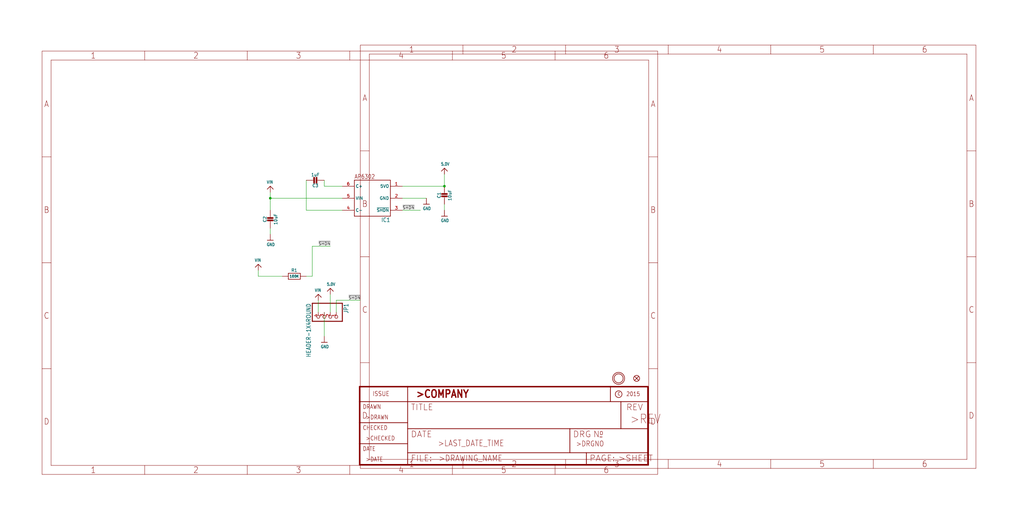
<source format=kicad_sch>
(kicad_sch (version 20211123) (generator eeschema)
  (paper "User" 433.07 220.421)
  (lib_symbols
    (symbol "eagleSchem-eagle-import:5.0V" (power)
      (property "Value" "5.0V" (at -1.524 1.016 0))
      (symbol "5.0V_1_0"
        (polyline (pts (xy -1.27 -1.27) (xy 0 0)) (stroke (width 0.254)))
        (polyline (pts (xy 0 0) (xy 1.27 -1.27)) (stroke (width 0.254)))
        (pin power_in line (at 0 -2.54 90) (length 2.54) (name "5.0V") (number "1"))
      )
    )
    (symbol "eagleSchem-eagle-import:AP3602"
      (property "Reference" "IC" (at -7.62 -10.16 0))
      (symbol "AP3602_1_0"
        (polyline (pts (xy -7.62 -7.62) (xy -7.62 7.62)) (stroke (width 0.254)))
        (polyline (pts (xy -7.62 7.62) (xy 7.62 7.62)) (stroke (width 0.254)))
        (polyline (pts (xy 7.62 -7.62) (xy -7.62 -7.62)) (stroke (width 0.254)))
        (polyline (pts (xy 7.62 7.62) (xy 7.62 -7.62)) (stroke (width 0.254)))
        (text "AP6302" (at 7.62 10.16 0) (effects (font (size 1.778 1.5113)) (justify right top)))
        (pin power_in line (at -12.7 5.08 0) (length 5.08) (name "5VO") (number "1"))
        (pin power_in line (at -12.7 0 0) (length 5.08) (name "GND") (number "2"))
        (pin input line (at -12.7 -5.08 0) (length 5.08) (name "~{SHDN}") (number "3"))
        (pin bidirectional line (at 12.7 -5.08 180) (length 5.08) (name "C-") (number "4"))
        (pin power_in line (at 12.7 0 180) (length 5.08) (name "VIN") (number "5"))
        (pin bidirectional line (at 12.7 5.08 180) (length 5.08) (name "C+") (number "6"))
      )
    )
    (symbol "eagleSchem-eagle-import:CAP_CERAMIC0805-NOOUTLINE"
      (property "Reference" "C" (at -2.29 1.25 90))
      (property "Value" "CAP_CERAMIC0805-NOOUTLINE" (at 2.3 1.25 90))
      (symbol "CAP_CERAMIC0805-NOOUTLINE_1_0"
        (rectangle (start -1.27 0.508) (end 1.27 1.016) (fill (type outline)))
        (rectangle (start -1.27 1.524) (end 1.27 2.032) (fill (type outline)))
        (polyline (pts (xy 0 0.762) (xy 0 0)) (stroke (width 0.1524)))
        (polyline (pts (xy 0 2.54) (xy 0 1.778)) (stroke (width 0.1524)))
        (pin passive line (at 0 5.08 270) (length 2.54) (name "1") (number "1"))
        (pin passive line (at 0 -2.54 90) (length 2.54) (name "2") (number "2"))
      )
    )
    (symbol "eagleSchem-eagle-import:FIDUCIAL{dblquote}{dblquote}"
      (symbol "FIDUCIAL{dblquote}{dblquote}_1_0"
        (polyline (pts (xy -0.762 0.762) (xy 0.762 -0.762)) (stroke (width 0.254)))
        (polyline (pts (xy 0.762 0.762) (xy -0.762 -0.762)) (stroke (width 0.254)))
        (circle (center 0 0) (radius 1.27) (stroke (width 0.254)))
      )
    )
    (symbol "eagleSchem-eagle-import:FRAME_A4"
      (symbol "FRAME_A4_0_0"
        (polyline (pts (xy 0 44.7675) (xy 3.81 44.7675)))
        (polyline (pts (xy 0 89.535) (xy 3.81 89.535)))
        (polyline (pts (xy 0 134.3025) (xy 3.81 134.3025)))
        (polyline (pts (xy 3.81 3.81) (xy 3.81 175.26)))
        (polyline (pts (xy 43.3917 0) (xy 43.3917 3.81)))
        (polyline (pts (xy 43.3917 175.26) (xy 43.3917 179.07)))
        (polyline (pts (xy 86.7833 0) (xy 86.7833 3.81)))
        (polyline (pts (xy 86.7833 175.26) (xy 86.7833 179.07)))
        (polyline (pts (xy 130.175 0) (xy 130.175 3.81)))
        (polyline (pts (xy 130.175 175.26) (xy 130.175 179.07)))
        (polyline (pts (xy 173.5667 0) (xy 173.5667 3.81)))
        (polyline (pts (xy 173.5667 175.26) (xy 173.5667 179.07)))
        (polyline (pts (xy 216.9583 0) (xy 216.9583 3.81)))
        (polyline (pts (xy 216.9583 175.26) (xy 216.9583 179.07)))
        (polyline (pts (xy 256.54 3.81) (xy 3.81 3.81)))
        (polyline (pts (xy 256.54 3.81) (xy 256.54 175.26)))
        (polyline (pts (xy 256.54 44.7675) (xy 260.35 44.7675)))
        (polyline (pts (xy 256.54 89.535) (xy 260.35 89.535)))
        (polyline (pts (xy 256.54 134.3025) (xy 260.35 134.3025)))
        (polyline (pts (xy 256.54 175.26) (xy 3.81 175.26)))
        (polyline (pts (xy 0 0) (xy 260.35 0) (xy 260.35 179.07) (xy 0 179.07) (xy 0 0)))
        (text "1" (at 21.6958 1.905 0) (effects (font (size 2.54 2.286))))
        (text "1" (at 21.6958 177.165 0) (effects (font (size 2.54 2.286))))
        (text "2" (at 65.0875 1.905 0) (effects (font (size 2.54 2.286))))
        (text "2" (at 65.0875 177.165 0) (effects (font (size 2.54 2.286))))
        (text "3" (at 108.4792 1.905 0) (effects (font (size 2.54 2.286))))
        (text "3" (at 108.4792 177.165 0) (effects (font (size 2.54 2.286))))
        (text "4" (at 151.8708 1.905 0) (effects (font (size 2.54 2.286))))
        (text "4" (at 151.8708 177.165 0) (effects (font (size 2.54 2.286))))
        (text "5" (at 195.2625 1.905 0) (effects (font (size 2.54 2.286))))
        (text "5" (at 195.2625 177.165 0) (effects (font (size 2.54 2.286))))
        (text "6" (at 238.6542 1.905 0) (effects (font (size 2.54 2.286))))
        (text "6" (at 238.6542 177.165 0) (effects (font (size 2.54 2.286))))
        (text "A" (at 1.905 156.6863 0) (effects (font (size 2.54 2.286))))
        (text "A" (at 258.445 156.6863 0) (effects (font (size 2.54 2.286))))
        (text "B" (at 1.905 111.9188 0) (effects (font (size 2.54 2.286))))
        (text "B" (at 258.445 111.9188 0) (effects (font (size 2.54 2.286))))
        (text "C" (at 1.905 67.1513 0) (effects (font (size 2.54 2.286))))
        (text "C" (at 258.445 67.1513 0) (effects (font (size 2.54 2.286))))
        (text "D" (at 1.905 22.3838 0) (effects (font (size 2.54 2.286))))
        (text "D" (at 258.445 22.3838 0) (effects (font (size 2.54 2.286))))
      )
      (symbol "FRAME_A4_1_0"
        (polyline (pts (xy 256.54 3.81) (xy 256.54 8.89)) (stroke (width 0.1016)))
        (polyline (pts (xy 256.54 8.89) (xy 256.54 13.97)) (stroke (width 0.1016)))
        (polyline (pts (xy 256.54 13.97) (xy 256.54 19.05)) (stroke (width 0.1016)))
        (polyline (pts (xy 256.54 19.05) (xy 256.54 36.83)) (stroke (width 0.1016)))
      )
      (symbol "FRAME_A4_2_0"
        (polyline (pts (xy -0.3048 1.5748) (xy 20.0152 1.5748)) (stroke (width 0.6096)))
        (polyline (pts (xy -0.3048 10.4648) (xy -0.3048 1.5748)) (stroke (width 0.6096)))
        (polyline (pts (xy -0.3048 10.4648) (xy 20.0152 10.4648)) (stroke (width 0.3048)))
        (polyline (pts (xy -0.3048 19.3548) (xy -0.3048 10.4648)) (stroke (width 0.6096)))
        (polyline (pts (xy -0.3048 19.3548) (xy 20.0152 19.3548)) (stroke (width 0.3048)))
        (polyline (pts (xy -0.3048 28.2448) (xy -0.3048 19.3548)) (stroke (width 0.6096)))
        (polyline (pts (xy -0.3048 28.2448) (xy 20.0152 28.2448)) (stroke (width 0.3048)))
        (polyline (pts (xy -0.3048 34.5948) (xy -0.3048 28.2448)) (stroke (width 0.6096)))
        (polyline (pts (xy 20.0152 1.5748) (xy 20.0152 6.6548)) (stroke (width 0.3048)))
        (polyline (pts (xy 20.0152 1.5748) (xy 95.5802 1.5748)) (stroke (width 0.6096)))
        (polyline (pts (xy 20.0152 6.6548) (xy 20.0152 10.4648)) (stroke (width 0.3048)))
        (polyline (pts (xy 20.0152 6.6548) (xy 88.5952 6.6548)) (stroke (width 0.3048)))
        (polyline (pts (xy 20.0152 10.4648) (xy 20.0152 16.8148)) (stroke (width 0.3048)))
        (polyline (pts (xy 20.0152 16.8148) (xy 20.0152 19.3548)) (stroke (width 0.3048)))
        (polyline (pts (xy 20.0152 19.3548) (xy 20.0152 28.2448)) (stroke (width 0.3048)))
        (polyline (pts (xy 20.0152 28.2448) (xy 20.0152 34.5948)) (stroke (width 0.3048)))
        (polyline (pts (xy 20.0152 28.2448) (xy 105.7402 28.2448)) (stroke (width 0.3048)))
        (polyline (pts (xy 20.0152 34.5948) (xy -0.3048 34.5948)) (stroke (width 0.6096)))
        (polyline (pts (xy 88.5952 6.6548) (xy 95.5802 6.6548)) (stroke (width 0.3048)))
        (polyline (pts (xy 88.5952 16.8148) (xy 20.0152 16.8148)) (stroke (width 0.3048)))
        (polyline (pts (xy 88.5952 16.8148) (xy 88.5952 6.6548)) (stroke (width 0.3048)))
        (polyline (pts (xy 95.5802 1.5748) (xy 121.6152 1.5748)) (stroke (width 0.6096)))
        (polyline (pts (xy 95.5802 6.6548) (xy 95.5802 1.5748)) (stroke (width 0.3048)))
        (polyline (pts (xy 95.5802 6.6548) (xy 121.6152 6.6548)) (stroke (width 0.3048)))
        (polyline (pts (xy 101.2952 13.3223) (xy 102.2477 13.3223)) (stroke (width 0.254)))
        (polyline (pts (xy 105.7402 28.2448) (xy 105.7402 34.5948)) (stroke (width 0.3048)))
        (polyline (pts (xy 105.7402 28.2448) (xy 110.1852 28.2448)) (stroke (width 0.3048)))
        (polyline (pts (xy 105.7402 34.5948) (xy 20.0152 34.5948)) (stroke (width 0.6096)))
        (polyline (pts (xy 110.1852 16.8148) (xy 88.5952 16.8148)) (stroke (width 0.3048)))
        (polyline (pts (xy 110.1852 28.2448) (xy 110.1852 16.8148)) (stroke (width 0.3048)))
        (polyline (pts (xy 110.1852 28.2448) (xy 121.6152 28.2448)) (stroke (width 0.3048)))
        (polyline (pts (xy 121.6152 6.6548) (xy 121.6152 1.5748)) (stroke (width 0.6096)))
        (polyline (pts (xy 121.6152 16.8148) (xy 110.1852 16.8148)) (stroke (width 0.3048)))
        (polyline (pts (xy 121.6152 16.8148) (xy 121.6152 6.6548)) (stroke (width 0.6096)))
        (polyline (pts (xy 121.6152 28.2448) (xy 121.6152 16.8148)) (stroke (width 0.6096)))
        (polyline (pts (xy 121.6152 34.5948) (xy 105.7402 34.5948)) (stroke (width 0.6096)))
        (polyline (pts (xy 121.6152 34.5948) (xy 121.6152 28.2448)) (stroke (width 0.6096)))
        (circle (center 109.2327 31.4198) (radius 1.4199) (stroke (width 0.254)))
        (text "2015" (at 112.4077 30.4673 0) (effects (font (size 1.778 1.5113)) (justify left bottom)))
        (text ">CHECKED" (at 2.2352 11.7348 0) (effects (font (size 1.778 1.5113)) (justify left bottom)))
        (text ">COMPANY" (at 23.349 29.6735 0) (effects (font (size 3.175 2.6987) (thickness 0.5397) bold) (justify left bottom)))
        (text ">DATE" (at 2.2352 2.8448 0) (effects (font (size 1.778 1.5113)) (justify left bottom)))
        (text ">DRAWING_NAME" (at 33.0327 2.8448 0) (effects (font (size 2.54 2.159)) (justify left bottom)))
        (text ">DRAWN" (at 2.2352 20.6248 0) (effects (font (size 1.778 1.5113)) (justify left bottom)))
        (text ">DRGNO" (at 91.1352 9.1948 0) (effects (font (size 2.1844 1.8567)) (justify left bottom)))
        (text ">LAST_DATE_TIME" (at 32.7152 9.1948 0) (effects (font (size 2.54 2.159)) (justify left bottom)))
        (text ">REV" (at 113.9952 18.7198 0) (effects (font (size 3.81 3.2385)) (justify left bottom)))
        (text ">SHEET" (at 108.9152 2.8448 0) (effects (font (size 2.54 2.54)) (justify left bottom)))
        (text "C" (at 108.7564 30.7848 0) (effects (font (size 1.27 1.0795)) (justify left bottom)))
        (text "CHECKED" (at 0.9652 16.1798 0) (effects (font (size 1.778 1.5113)) (justify left bottom)))
        (text "DATE" (at 0.9652 7.2898 0) (effects (font (size 1.778 1.5113)) (justify left bottom)))
        (text "DATE" (at 21.2852 13.0048 0) (effects (font (size 2.54 2.54)) (justify left bottom)))
        (text "DRAWN" (at 0.9652 25.0698 0) (effects (font (size 1.778 1.5113)) (justify left bottom)))
        (text "DRG" (at 89.8652 13.0048 0) (effects (font (size 2.54 2.54)) (justify left bottom)))
        (text "FILE:" (at 21.2852 2.8448 0) (effects (font (size 2.54 2.54)) (justify left bottom)))
        (text "ISSUE" (at 5.0927 30.4673 0) (effects (font (size 1.9304 1.6408)) (justify left bottom)))
        (text "N" (at 98.4377 13.0048 0) (effects (font (size 2.54 2.54)) (justify left bottom)))
        (text "o" (at 100.9777 13.9573 0) (effects (font (size 2.1844 1.8567)) (justify left bottom)))
        (text "PAGE:" (at 96.8502 2.8448 0) (effects (font (size 2.54 2.54)) (justify left bottom)))
        (text "REV" (at 112.4077 24.4348 0) (effects (font (size 2.54 2.54)) (justify left bottom)))
        (text "TITLE" (at 21.2852 24.4348 0) (effects (font (size 2.54 2.54)) (justify left bottom)))
      )
    )
    (symbol "eagleSchem-eagle-import:GND" (power)
      (property "Value" "GND" (at -1.524 -2.54 0))
      (symbol "GND_1_0"
        (polyline (pts (xy -1.27 0) (xy 1.27 0)) (stroke (width 0.254)))
        (pin power_in line (at 0 2.54 270) (length 2.54) (name "GND") (number "1"))
      )
    )
    (symbol "eagleSchem-eagle-import:HEADER-1X4ROUND"
      (property "Reference" "JP" (at -6.35 8.255 0))
      (property "Value" "HEADER-1X4ROUND" (at -6.35 -7.62 0))
      (symbol "HEADER-1X4ROUND_1_0"
        (polyline (pts (xy -6.35 -5.08) (xy 1.27 -5.08)) (stroke (width 0.4064)))
        (polyline (pts (xy -6.35 7.62) (xy -6.35 -5.08)) (stroke (width 0.4064)))
        (polyline (pts (xy 1.27 -5.08) (xy 1.27 7.62)) (stroke (width 0.4064)))
        (polyline (pts (xy 1.27 7.62) (xy -6.35 7.62)) (stroke (width 0.4064)))
        (pin passive inverted (at -2.54 5.08 0) (length 2.54) (name "1") (number "1"))
        (pin passive inverted (at -2.54 2.54 0) (length 2.54) (name "2") (number "2"))
        (pin passive inverted (at -2.54 0 0) (length 2.54) (name "3") (number "3"))
        (pin passive inverted (at -2.54 -2.54 0) (length 2.54) (name "4") (number "4"))
      )
    )
    (symbol "eagleSchem-eagle-import:MOUNTINGHOLE2.5"
      (symbol "MOUNTINGHOLE2.5_1_0"
        (circle (center 0 0) (radius 1.905) (stroke (width 0.254)))
        (circle (center 0 0) (radius 2.54) (stroke (width 0.254)))
      )
    )
    (symbol "eagleSchem-eagle-import:RESISTOR0805_NOOUTLINE"
      (property "Reference" "R" (at 0 2.54 0))
      (property "Value" "RESISTOR0805_NOOUTLINE" (at 0 0 0))
      (symbol "RESISTOR0805_NOOUTLINE_1_0"
        (polyline (pts (xy -2.54 -1.27) (xy -2.54 1.27)) (stroke (width 0.254)))
        (polyline (pts (xy -2.54 1.27) (xy 2.54 1.27)) (stroke (width 0.254)))
        (polyline (pts (xy 2.54 -1.27) (xy -2.54 -1.27)) (stroke (width 0.254)))
        (polyline (pts (xy 2.54 1.27) (xy 2.54 -1.27)) (stroke (width 0.254)))
        (pin passive line (at -5.08 0 0) (length 2.54) (name "1") (number "1"))
        (pin passive line (at 5.08 0 180) (length 2.54) (name "2") (number "2"))
      )
    )
    (symbol "eagleSchem-eagle-import:VIN" (power)
      (property "Value" "VIN" (at -1.524 1.016 0))
      (symbol "VIN_1_0"
        (polyline (pts (xy -1.27 -1.27) (xy 0 0)) (stroke (width 0.254)))
        (polyline (pts (xy 0 0) (xy 1.27 -1.27)) (stroke (width 0.254)))
        (pin power_in line (at 0 -2.54 90) (length 2.54) (name "VIN") (number "1"))
      )
    )
  )
  (junction (at 187.96 78.74))
  (junction (at 114.3 83.82))
  (wire (pts (xy 132.08 104.14) (xy 132.08 116.84)))
  (wire (pts (xy 114.3 83.82) (xy 114.3 81.28)))
  (wire (pts (xy 144.78 78.74) (xy 137.16 78.74)))
  (wire (pts (xy 187.96 86.36) (xy 187.96 88.9)))
  (wire (pts (xy 134.62 127) (xy 134.62 132.08)))
  (wire (pts (xy 132.08 116.84) (xy 129.54 116.84)))
  (wire (pts (xy 129.54 88.9) (xy 129.54 76.2)))
  (wire (pts (xy 152.4 127) (xy 142.24 127)))
  (wire (pts (xy 114.3 96.52) (xy 114.3 99.06)))
  (wire (pts (xy 142.24 132.08) (xy 142.24 127)))
  (wire (pts (xy 170.18 88.9) (xy 177.8 88.9)))
  (wire (pts (xy 180.34 83.82) (xy 170.18 83.82)))
  (wire (pts (xy 109.22 116.84) (xy 109.22 114.3)))
  (wire (pts (xy 187.96 78.74) (xy 187.96 73.66)))
  (wire (pts (xy 114.3 83.82) (xy 114.3 88.9)))
  (wire (pts (xy 139.7 132.08) (xy 139.7 124.46)))
  (wire (pts (xy 144.78 83.82) (xy 114.3 83.82)))
  (wire (pts (xy 144.78 88.9) (xy 129.54 88.9)))
  (wire (pts (xy 139.7 104.14) (xy 132.08 104.14)))
  (wire (pts (xy 119.38 116.84) (xy 109.22 116.84)))
  (wire (pts (xy 170.18 78.74) (xy 187.96 78.74)))
  (wire (pts (xy 137.16 142.24) (xy 137.16 132.08)))
  (wire (pts (xy 137.16 78.74) (xy 137.16 76.2)))
  (label "~{SHDN}" (at 134.62 104.14 0) (effects (font (size 1.2446 1.2446))))
  (label "~{SHDN}" (at 147.32 127 0) (effects (font (size 1.2446 1.2446))))
  (label "~{SHDN}" (at 170.18 88.9 0) (effects (font (size 1.2446 1.2446))))
  (symbol (lib_id "eagleSchem-eagle-import:FRAME_A4") (at 152.4 198.12 0) (unit 2)
    (property "Reference" "#FRAME1" (effects hide))
    (property "Value" "FRAME_A4" (effects hide))
    (property "Footprint" "eagleSchem:" (effects hide))
  )
  (symbol (lib_id "eagleSchem-eagle-import:GND") (at 137.16 144.78 0) (unit 1)
    (property "Reference" "#U$6" (effects hide))
    (property "Value" "GND" (at 135.636 147.32 0) (effects (font (size 1.27 1.0795)) (justify left bottom)))
    (property "Footprint" "eagleSchem:" (effects hide))
  )
  (symbol (lib_id "eagleSchem-eagle-import:GND") (at 187.96 91.44 0) (unit 1)
    (property "Reference" "#U$1" (effects hide))
    (property "Value" "GND" (at 186.436 93.98 0) (effects (font (size 1.27 1.0795)) (justify left bottom)))
    (property "Footprint" "eagleSchem:" (effects hide))
  )
  (symbol (lib_id "eagleSchem-eagle-import:5.0V") (at 187.96 71.12 0) (unit 1)
    (property "Reference" "#U$2" (effects hide))
    (property "Value" "5.0V" (at 186.436 70.104 0) (effects (font (size 1.27 1.0795)) (justify left bottom)))
    (property "Footprint" "eagleSchem:" (effects hide))
  )
  (symbol (lib_id "eagleSchem-eagle-import:MOUNTINGHOLE2.5") (at 261.62 160.02 0) (unit 1)
    (property "Reference" "U$9" (effects hide))
    (property "Value" "MOUNTINGHOLE2.5" (effects hide))
    (property "Footprint" "eagleSchem:MOUNTINGHOLE_2.5_PLATED" (effects hide))
  )
  (symbol (lib_id "eagleSchem-eagle-import:VIN") (at 134.62 124.46 0) (unit 1)
    (property "Reference" "#U$5" (effects hide))
    (property "Value" "VIN" (at 133.096 123.444 0) (effects (font (size 1.27 1.0795)) (justify left bottom)))
    (property "Footprint" "eagleSchem:" (effects hide))
  )
  (symbol (lib_id "eagleSchem-eagle-import:GND") (at 180.34 86.36 0) (unit 1)
    (property "Reference" "#U$13" (effects hide))
    (property "Value" "GND" (at 178.816 88.9 0) (effects (font (size 1.27 1.0795)) (justify left bottom)))
    (property "Footprint" "eagleSchem:" (effects hide))
  )
  (symbol (lib_id "eagleSchem-eagle-import:GND") (at 114.3 101.6 0) (unit 1)
    (property "Reference" "#U$3" (effects hide))
    (property "Value" "GND" (at 112.776 104.14 0) (effects (font (size 1.27 1.0795)) (justify left bottom)))
    (property "Footprint" "eagleSchem:" (effects hide))
  )
  (symbol (lib_id "eagleSchem-eagle-import:FRAME_A4") (at 17.78 200.66 0) (unit 1)
    (property "Reference" "#FRAME1" (effects hide))
    (property "Value" "FRAME_A4" (effects hide))
    (property "Footprint" "eagleSchem:" (effects hide))
  )
  (symbol (lib_id "eagleSchem-eagle-import:FIDUCIAL{dblquote}{dblquote}") (at 269.24 160.02 0) (unit 1)
    (property "Reference" "FID1" (effects hide))
    (property "Value" "FIDUCIAL{dblquote}{dblquote}" (effects hide))
    (property "Footprint" "eagleSchem:FIDUCIAL_1MM" (effects hide))
  )
  (symbol (lib_id "eagleSchem-eagle-import:CAP_CERAMIC0805-NOOUTLINE") (at 134.62 76.2 90) (unit 1)
    (property "Reference" "C3" (at 133.37 78.49 90))
    (property "Value" "1uF" (at 133.37 73.9 90))
    (property "Footprint" "eagleSchem:0805-NO" (effects hide))
  )
  (symbol (lib_id "eagleSchem-eagle-import:HEADER-1X4ROUND") (at 137.16 134.62 270) (unit 1)
    (property "Reference" "JP1" (at 145.415 128.27 0) (effects (font (size 1.778 1.5113)) (justify left bottom)))
    (property "Value" "HEADER-1X4ROUND" (at 129.54 128.27 0) (effects (font (size 1.778 1.5113)) (justify left bottom)))
    (property "Footprint" "eagleSchem:1X04_ROUND" (effects hide))
  )
  (symbol (lib_id "eagleSchem-eagle-import:5.0V") (at 139.7 121.92 0) (unit 1)
    (property "Reference" "#U$7" (effects hide))
    (property "Value" "5.0V" (at 138.176 120.904 0) (effects (font (size 1.27 1.0795)) (justify left bottom)))
    (property "Footprint" "eagleSchem:" (effects hide))
  )
  (symbol (lib_id "eagleSchem-eagle-import:AP3602") (at 157.48 83.82 0) (mirror y) (unit 1)
    (property "Reference" "IC1" (at 165.1 93.98 0) (effects (font (size 1.778 1.5113)) (justify left bottom)))
    (property "Value" "AP3602" (effects hide))
    (property "Footprint" "eagleSchem:SOT23-6" (effects hide))
  )
  (symbol (lib_id "eagleSchem-eagle-import:VIN") (at 114.3 78.74 0) (unit 1)
    (property "Reference" "#U$4" (effects hide))
    (property "Value" "VIN" (at 112.776 77.724 0) (effects (font (size 1.27 1.0795)) (justify left bottom)))
    (property "Footprint" "eagleSchem:" (effects hide))
  )
  (symbol (lib_id "eagleSchem-eagle-import:CAP_CERAMIC0805-NOOUTLINE") (at 187.96 83.82 0) (unit 1)
    (property "Reference" "C1" (at 185.67 82.57 90))
    (property "Value" "10uF" (at 190.26 82.57 90))
    (property "Footprint" "eagleSchem:0805-NO" (effects hide))
  )
  (symbol (lib_id "eagleSchem-eagle-import:VIN") (at 109.22 111.76 0) (unit 1)
    (property "Reference" "#U$12" (effects hide))
    (property "Value" "VIN" (at 107.696 110.744 0) (effects (font (size 1.27 1.0795)) (justify left bottom)))
    (property "Footprint" "eagleSchem:" (effects hide))
  )
  (symbol (lib_id "eagleSchem-eagle-import:CAP_CERAMIC0805-NOOUTLINE") (at 114.3 93.98 0) (unit 1)
    (property "Reference" "C2" (at 112.01 92.73 90))
    (property "Value" "10uF" (at 116.6 92.73 90))
    (property "Footprint" "eagleSchem:0805-NO" (effects hide))
  )
  (symbol (lib_id "eagleSchem-eagle-import:RESISTOR0805_NOOUTLINE") (at 124.46 116.84 0) (unit 1)
    (property "Reference" "R1" (at 124.46 114.3 0))
    (property "Value" "100K" (at 124.46 116.84 0) (effects (font (size 1.016 1.016) bold)))
    (property "Footprint" "eagleSchem:0805-NO" (effects hide))
  )
)
</source>
